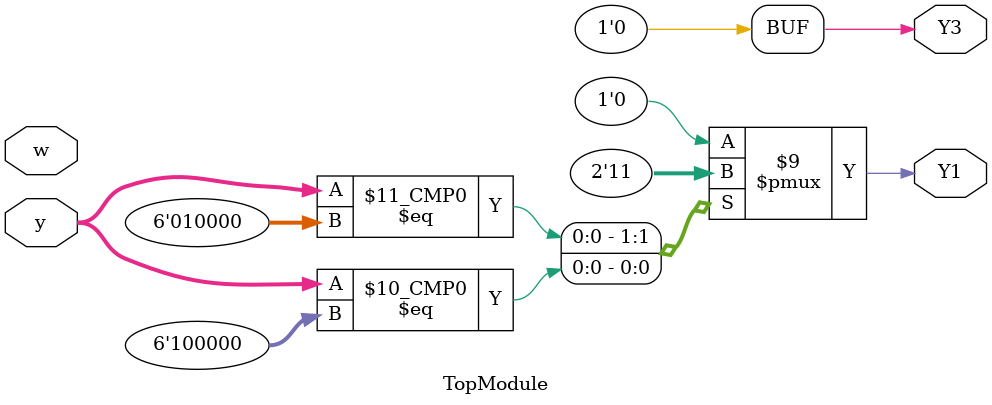
<source format=sv>
module TopModule (
    input [5:0] y,
    input w,
    output reg Y1,
    output reg Y3
);

    always @(*) begin
        // Default outputs
        Y1 = 1'b0;
        Y3 = 1'b0;

        // State-based output logic
        case (y)
            6'b000001: begin // State A
                if (w == 0) begin
                    // Transition to State B
                end else begin
                    // Stay in State A
                end
            end
            6'b000010: begin // State B
                if (w == 0) begin
                    // Transition to State C
                end else begin
                    // Transition to State D
                end
            end
            6'b000100: begin // State C
                if (w == 0) begin
                    // Transition to State E
                end else begin
                    // Transition to State D
                end
            end
            6'b001000: begin // State D
                if (w == 0) begin
                    // Transition to State F
                end else begin
                    // Transition to State A
                end
            end
            6'b010000: begin // State E
                Y1 = 1'b1; // Example logic for Y1
                if (w == 1) begin
                    // Transition to State D
                end
            end
            6'b100000: begin // State F
                Y1 = 1'b1; // Example logic for Y1
                if (w == 0) begin
                    // Transition to State C
                end else begin
                    // Transition to State D
                end
            end
            default: begin
                // Undefined state, could trigger a reset or error handling
            end
        endcase
    end

endmodule
</source>
